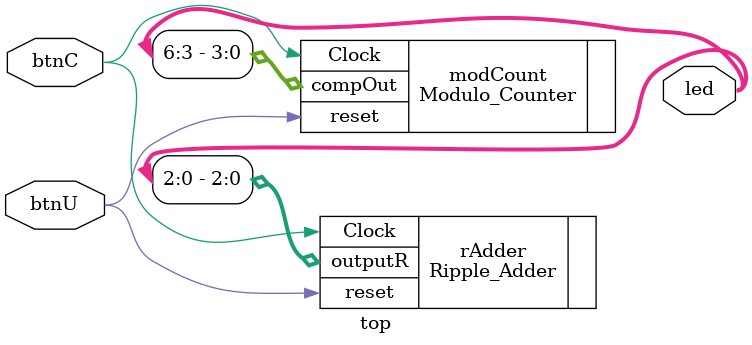
<source format=v>
module top(
    input btnU, btnC, 
    output [6:0] led
);
    Modulo_Counter modCount(
        .reset(btnU),
        .Clock(btnC),
        .compOut(led[6:3])
    );
    
    Ripple_Adder rAdder(
        .reset(btnU),
        .Clock(btnC),
        .outputR(led[2:0])
    );
endmodule

</source>
